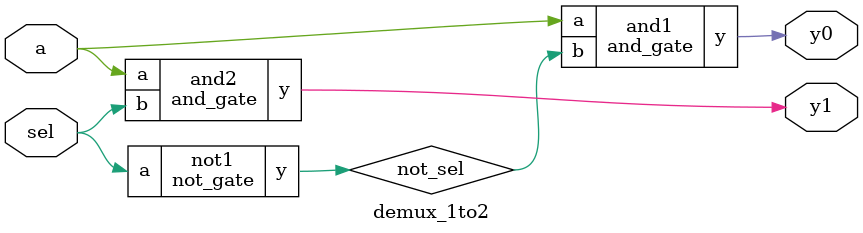
<source format=v>
module nand_gate (output y, input a, b);
  assign y = ~(a & b);
endmodule

module not_gate (output y, input a);
  nand_gate nand1 (y, a, a);
endmodule

module and_gate (output y, input a, b);
  nand_gate nand1 (nand1_out, a, b);
  not_gate not1 (y, nand1_out);
endmodule

module or_gate (output y, input a, b);
  not_gate not1 (not1_out, a);
  not_gate not2 (not2_out, b);
  nand_gate nand1 (nand1_out, not1_out, not2_out);
  not_gate not3 (y, nand1_out);
endmodule

module xor_gate (output y, input a, b);
  nand_gate nand1 (nand1_out, a, b);
  or_gate or1 (or1_out, a, b);
  and_gate and1 (y, nand1_out, or1_out);
endmodule

module mux_2to1 (output y, input a, b, sel);
  not_gate not1 (not_sel, sel);
  and_gate and1 (a_out, a, not_sel);
  and_gate and2 (b_out, b, sel);
  or_gate or1 (y, a_out, b_out);
endmodule

module demux_1to2 (output y0, y1, input a, sel);
  not_gate not1 (not_sel, sel);
  and_gate and1 (y0, a, not_sel);
  and_gate and2 (y1, a, sel);
endmodule
</source>
